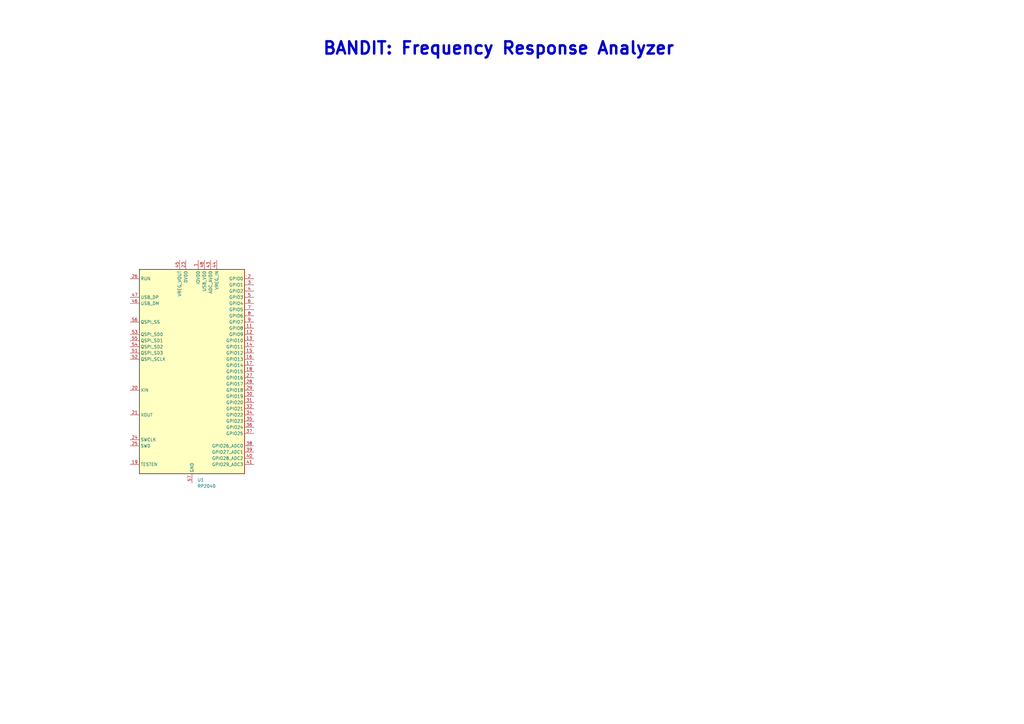
<source format=kicad_sch>
(kicad_sch (version 20230121) (generator eeschema)
  (paper "A3")
  (title_block (title "BANDIT Main PCB") (date "2023-10-04") (rev "0.0.1") (company "BODE Bandits: Team 9"))
  (lib_symbols
    (symbol "MCU_RaspberryPi:RP2040"
      (property "Reference" "U" (at 17.78 45.72 0))
      (property "Value" "RP2040" (at 17.78 43.18 0))
      (symbol "RP2040_0_1"
        (rectangle (start -21.59 41.91) (end 21.59 -41.91) (stroke (width 0.254)) (fill (type background)))
      )
      (symbol "RP2040_1_1"
        (pin power_in line (at 2.54 45.72 270) (length 3.81) (name "IOVDD") (number "1"))
        (pin passive line (at 2.54 45.72 270) (length 3.81) hide (name "IOVDD") (number "10"))
        (pin bidirectional line (at 25.4 17.78 180) (length 3.81) (name "GPIO8") (number "11"))
        (pin bidirectional line (at 25.4 15.24 180) (length 3.81) (name "GPIO9") (number "12"))
        (pin bidirectional line (at 25.4 12.7 180) (length 3.81) (name "GPIO10") (number "13"))
        (pin bidirectional line (at 25.4 10.16 180) (length 3.81) (name "GPIO11") (number "14"))
        (pin bidirectional line (at 25.4 7.62 180) (length 3.81) (name "GPIO12") (number "15"))
        (pin bidirectional line (at 25.4 5.08 180) (length 3.81) (name "GPIO13") (number "16"))
        (pin bidirectional line (at 25.4 2.54 180) (length 3.81) (name "GPIO14") (number "17"))
        (pin bidirectional line (at 25.4 0 180) (length 3.81) (name "GPIO15") (number "18"))
        (pin input line (at -25.4 -38.1 0) (length 3.81) (name "TESTEN") (number "19"))
        (pin bidirectional line (at 25.4 38.1 180) (length 3.81) (name "GPIO0") (number "2"))
        (pin input line (at -25.4 -7.62 0) (length 3.81) (name "XIN") (number "20"))
        (pin passive line (at -25.4 -17.78 0) (length 3.81) (name "XOUT") (number "21"))
        (pin passive line (at 2.54 45.72 270) (length 3.81) hide (name "IOVDD") (number "22"))
        (pin power_in line (at -2.54 45.72 270) (length 3.81) (name "DVDD") (number "23"))
        (pin input line (at -25.4 -27.94 0) (length 3.81) (name "SWCLK") (number "24"))
        (pin bidirectional line (at -25.4 -30.48 0) (length 3.81) (name "SWD") (number "25"))
        (pin input line (at -25.4 38.1 0) (length 3.81) (name "RUN") (number "26"))
        (pin bidirectional line (at 25.4 -2.54 180) (length 3.81) (name "GPIO16") (number "27"))
        (pin bidirectional line (at 25.4 -5.08 180) (length 3.81) (name "GPIO17") (number "28"))
        (pin bidirectional line (at 25.4 -7.62 180) (length 3.81) (name "GPIO18") (number "29"))
        (pin bidirectional line (at 25.4 35.56 180) (length 3.81) (name "GPIO1") (number "3"))
        (pin bidirectional line (at 25.4 -10.16 180) (length 3.81) (name "GPIO19") (number "30"))
        (pin bidirectional line (at 25.4 -12.7 180) (length 3.81) (name "GPIO20") (number "31"))
        (pin bidirectional line (at 25.4 -15.24 180) (length 3.81) (name "GPIO21") (number "32"))
        (pin passive line (at 2.54 45.72 270) (length 3.81) hide (name "IOVDD") (number "33"))
        (pin bidirectional line (at 25.4 -17.78 180) (length 3.81) (name "GPIO22") (number "34"))
        (pin bidirectional line (at 25.4 -20.32 180) (length 3.81) (name "GPIO23") (number "35"))
        (pin bidirectional line (at 25.4 -22.86 180) (length 3.81) (name "GPIO24") (number "36"))
        (pin bidirectional line (at 25.4 -25.4 180) (length 3.81) (name "GPIO25") (number "37"))
        (pin bidirectional line (at 25.4 -30.48 180) (length 3.81) (name "GPIO26_ADC0") (number "38"))
        (pin bidirectional line (at 25.4 -33.02 180) (length 3.81) (name "GPIO27_ADC1") (number "39"))
        (pin bidirectional line (at 25.4 33.02 180) (length 3.81) (name "GPIO2") (number "4"))
        (pin bidirectional line (at 25.4 -35.56 180) (length 3.81) (name "GPIO28_ADC2") (number "40"))
        (pin bidirectional line (at 25.4 -38.1 180) (length 3.81) (name "GPIO29_ADC3") (number "41"))
        (pin passive line (at 2.54 45.72 270) (length 3.81) hide (name "IOVDD") (number "42"))
        (pin power_in line (at 7.62 45.72 270) (length 3.81) (name "ADC_AVDD") (number "43"))
        (pin power_in line (at 10.16 45.72 270) (length 3.81) (name "VREG_IN") (number "44"))
        (pin power_out line (at -5.08 45.72 270) (length 3.81) (name "VREG_VOUT") (number "45"))
        (pin bidirectional line (at -25.4 27.94 0) (length 3.81) (name "USB_DM") (number "46"))
        (pin bidirectional line (at -25.4 30.48 0) (length 3.81) (name "USB_DP") (number "47"))
        (pin power_in line (at 5.08 45.72 270) (length 3.81) (name "USB_VDD") (number "48"))
        (pin passive line (at 2.54 45.72 270) (length 3.81) hide (name "IOVDD") (number "49"))
        (pin bidirectional line (at 25.4 30.48 180) (length 3.81) (name "GPIO3") (number "5"))
        (pin passive line (at -2.54 45.72 270) (length 3.81) hide (name "DVDD") (number "50"))
        (pin bidirectional line (at -25.4 7.62 0) (length 3.81) (name "QSPI_SD3") (number "51"))
        (pin output line (at -25.4 5.08 0) (length 3.81) (name "QSPI_SCLK") (number "52"))
        (pin bidirectional line (at -25.4 15.24 0) (length 3.81) (name "QSPI_SD0") (number "53"))
        (pin bidirectional line (at -25.4 10.16 0) (length 3.81) (name "QSPI_SD2") (number "54"))
        (pin bidirectional line (at -25.4 12.7 0) (length 3.81) (name "QSPI_SD1") (number "55"))
        (pin bidirectional line (at -25.4 20.32 0) (length 3.81) (name "QSPI_SS") (number "56"))
        (pin power_in line (at 0 -45.72 90) (length 3.81) (name "GND") (number "57"))
        (pin bidirectional line (at 25.4 27.94 180) (length 3.81) (name "GPIO4") (number "6"))
        (pin bidirectional line (at 25.4 25.4 180) (length 3.81) (name "GPIO5") (number "7"))
        (pin bidirectional line (at 25.4 22.86 180) (length 3.81) (name "GPIO6") (number "8"))
        (pin bidirectional line (at 25.4 20.32 180) (length 3.81) (name "GPIO7") (number "9"))
      )
    )
  )
  (text "BANDIT: Frequency Response Analyzer" (at 132.08 22.86 0) (effects (font (size 5 5) (thickness 1) bold) (justify left bottom)))
  (symbol (lib_id "MCU_RaspberryPi:RP2040") (at 78.74 152.4 0) (unit 1)
    (property "Reference" "U1" (at 80.9341 196.85 0) (effects (justify left)))
    (property "Value" "RP2040" (at 80.9341 199.39 0) (effects (justify left)))
    (property "Footprint" "Package_DFN_QFN:QFN-56-1EP_7x7mm_P0.4mm_EP3.2x3.2mm" (effects hide))
    (property "Datasheet" "https://datasheets.raspberrypi.com/rp2040/rp2040-datasheet.pdf" (effects hide))
  )
)
</source>
